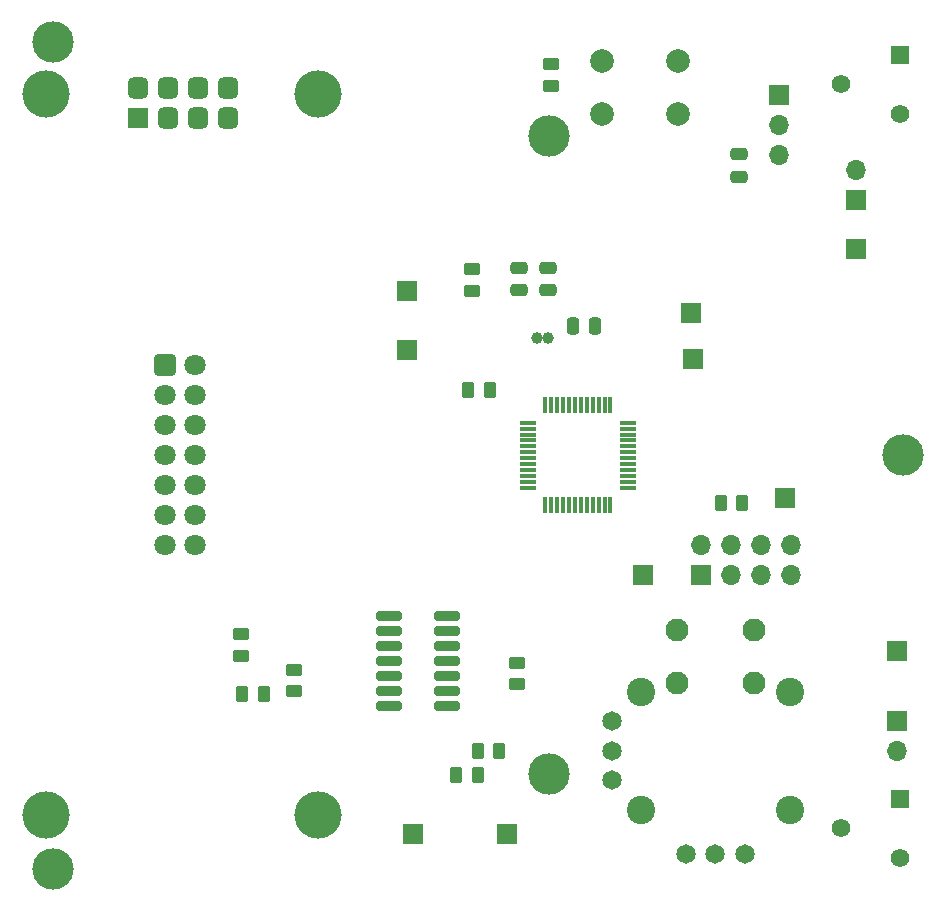
<source format=gbr>
%TF.GenerationSoftware,KiCad,Pcbnew,9.0.0*%
%TF.CreationDate,2025-03-11T13:16:13+01:00*%
%TF.ProjectId,SergiMarsol_projecte_MISE,53657267-694d-4617-9273-6f6c5f70726f,rev?*%
%TF.SameCoordinates,Original*%
%TF.FileFunction,Soldermask,Top*%
%TF.FilePolarity,Negative*%
%FSLAX46Y46*%
G04 Gerber Fmt 4.6, Leading zero omitted, Abs format (unit mm)*
G04 Created by KiCad (PCBNEW 9.0.0) date 2025-03-11 13:16:13*
%MOMM*%
%LPD*%
G01*
G04 APERTURE LIST*
G04 Aperture macros list*
%AMRoundRect*
0 Rectangle with rounded corners*
0 $1 Rounding radius*
0 $2 $3 $4 $5 $6 $7 $8 $9 X,Y pos of 4 corners*
0 Add a 4 corners polygon primitive as box body*
4,1,4,$2,$3,$4,$5,$6,$7,$8,$9,$2,$3,0*
0 Add four circle primitives for the rounded corners*
1,1,$1+$1,$2,$3*
1,1,$1+$1,$4,$5*
1,1,$1+$1,$6,$7*
1,1,$1+$1,$8,$9*
0 Add four rect primitives between the rounded corners*
20,1,$1+$1,$2,$3,$4,$5,0*
20,1,$1+$1,$4,$5,$6,$7,0*
20,1,$1+$1,$6,$7,$8,$9,0*
20,1,$1+$1,$8,$9,$2,$3,0*%
G04 Aperture macros list end*
%ADD10RoundRect,0.250000X-0.450000X0.262500X-0.450000X-0.262500X0.450000X-0.262500X0.450000X0.262500X0*%
%ADD11RoundRect,0.250000X0.475000X-0.250000X0.475000X0.250000X-0.475000X0.250000X-0.475000X-0.250000X0*%
%ADD12RoundRect,0.250000X0.262500X0.450000X-0.262500X0.450000X-0.262500X-0.450000X0.262500X-0.450000X0*%
%ADD13R,1.700000X1.700000*%
%ADD14RoundRect,0.250000X-0.262500X-0.450000X0.262500X-0.450000X0.262500X0.450000X-0.262500X0.450000X0*%
%ADD15RoundRect,0.250000X0.450000X-0.262500X0.450000X0.262500X-0.450000X0.262500X-0.450000X-0.262500X0*%
%ADD16R,1.700000X1.800000*%
%ADD17RoundRect,0.425000X0.425000X-0.475000X0.425000X0.475000X-0.425000X0.475000X-0.425000X-0.475000X0*%
%ADD18C,4.000000*%
%ADD19O,1.700000X1.700000*%
%ADD20C,2.000000*%
%ADD21RoundRect,0.250000X0.250000X0.475000X-0.250000X0.475000X-0.250000X-0.475000X0.250000X-0.475000X0*%
%ADD22C,1.650000*%
%ADD23C,1.950000*%
%ADD24C,2.400000*%
%ADD25RoundRect,0.250000X-0.650000X0.650000X-0.650000X-0.650000X0.650000X-0.650000X0.650000X0.650000X0*%
%ADD26C,1.800000*%
%ADD27C,3.500000*%
%ADD28R,0.300000X1.475000*%
%ADD29R,1.475000X0.300000*%
%ADD30RoundRect,0.201000X0.886000X0.201000X-0.886000X0.201000X-0.886000X-0.201000X0.886000X-0.201000X0*%
%ADD31C,1.004000*%
%ADD32R,1.560000X1.560000*%
%ADD33C,1.560000*%
G04 APERTURE END LIST*
D10*
%TO.C,R12*%
X57500000Y-41675000D03*
X57500000Y-43500000D03*
%TD*%
D11*
%TO.C,C2*%
X61500000Y-43450000D03*
X61500000Y-41550000D03*
%TD*%
%TO.C,C3*%
X64000000Y-43450000D03*
X64000000Y-41550000D03*
%TD*%
D12*
%TO.C,R10*%
X58000000Y-84500000D03*
X56175000Y-84500000D03*
%TD*%
D13*
%TO.C,J6*%
X52000000Y-43500000D03*
%TD*%
D14*
%TO.C,R11*%
X57187500Y-51900000D03*
X59012500Y-51900000D03*
%TD*%
D13*
%TO.C,J11*%
X84000000Y-61000000D03*
%TD*%
D15*
%TO.C,R6*%
X42500000Y-77412500D03*
X42500000Y-75587500D03*
%TD*%
D16*
%TO.C,LCD1*%
X29265000Y-28875000D03*
D17*
X29265000Y-26335000D03*
X31805000Y-28875000D03*
X31805000Y-26335000D03*
X34345000Y-28875000D03*
X34345000Y-26335000D03*
X36885000Y-28875000D03*
X36885000Y-26335000D03*
D18*
X44475000Y-26850000D03*
X44475000Y-87850000D03*
X21475000Y-87850000D03*
X21475000Y-26850000D03*
%TD*%
D13*
%TO.C,J10*%
X72040000Y-67540000D03*
%TD*%
D15*
%TO.C,R3*%
X64250000Y-26162500D03*
X64250000Y-24337500D03*
%TD*%
D13*
%TO.C,J2*%
X83500000Y-26910000D03*
D19*
X83500000Y-29450000D03*
X83500000Y-31990000D03*
%TD*%
D20*
%TO.C,SW1*%
X68500000Y-24000000D03*
X75000000Y-24000000D03*
X68500000Y-28500000D03*
X75000000Y-28500000D03*
%TD*%
D14*
%TO.C,R7*%
X78587500Y-61500000D03*
X80412500Y-61500000D03*
%TD*%
D13*
%TO.C,J8*%
X76200000Y-49300000D03*
%TD*%
%TO.C,J12*%
X90000000Y-40000000D03*
%TD*%
%TO.C,J7*%
X52000000Y-48500000D03*
%TD*%
D21*
%TO.C,C4*%
X67950000Y-46500000D03*
X66050000Y-46500000D03*
%TD*%
D13*
%TO.C,R1*%
X93500000Y-79960000D03*
D19*
X93500000Y-82500000D03*
%TD*%
D13*
%TO.C,J13*%
X93500000Y-74000000D03*
%TD*%
D22*
%TO.C,S1*%
X75637500Y-91175000D03*
X78137500Y-91175000D03*
X80637500Y-91175000D03*
X69407500Y-79945000D03*
X69407500Y-82445000D03*
X69407500Y-84945000D03*
D23*
X81387500Y-76695000D03*
X74887500Y-76695000D03*
X81387500Y-72195000D03*
X74887500Y-72195000D03*
D24*
X71812500Y-87445000D03*
X84462500Y-87445000D03*
X84462500Y-77445000D03*
X71812500Y-77445000D03*
%TD*%
D13*
%TO.C,J3*%
X76960000Y-67540000D03*
D19*
X76960000Y-65000000D03*
X79500000Y-67540000D03*
X79500000Y-65000000D03*
X82040000Y-67540000D03*
X82040000Y-65000000D03*
X84580000Y-67540000D03*
X84580000Y-65000000D03*
%TD*%
D25*
%TO.C,J1*%
X31500000Y-49800000D03*
D26*
X34040000Y-49800000D03*
X31500000Y-52340000D03*
X34040000Y-52340000D03*
X31500000Y-54880000D03*
X34040000Y-54880000D03*
X31500000Y-57420000D03*
X34040000Y-57420000D03*
X31500000Y-59960000D03*
X34040000Y-59960000D03*
X31500000Y-62500000D03*
X34040000Y-62500000D03*
X31500000Y-65040000D03*
X34040000Y-65040000D03*
D27*
X94040000Y-57420000D03*
X64040000Y-84420000D03*
X64040000Y-30420000D03*
X22040000Y-92420000D03*
X22040000Y-22420000D03*
%TD*%
D28*
%TO.C,IC1*%
X69250000Y-53182000D03*
X68750000Y-53182000D03*
X68250000Y-53182000D03*
X67750000Y-53182000D03*
X67250000Y-53182000D03*
X66750000Y-53182000D03*
X66250000Y-53182000D03*
X65750000Y-53182000D03*
X65250000Y-53182000D03*
X64750000Y-53182000D03*
X64250000Y-53182000D03*
X63750000Y-53182000D03*
D29*
X62262000Y-54670000D03*
X62262000Y-55170000D03*
X62262000Y-55670000D03*
X62262000Y-56170000D03*
X62262000Y-56670000D03*
X62262000Y-57170000D03*
X62262000Y-57670000D03*
X62262000Y-58170000D03*
X62262000Y-58670000D03*
X62262000Y-59170000D03*
X62262000Y-59670000D03*
X62262000Y-60170000D03*
D28*
X63750000Y-61658000D03*
X64250000Y-61658000D03*
X64750000Y-61658000D03*
X65250000Y-61658000D03*
X65750000Y-61658000D03*
X66250000Y-61658000D03*
X66750000Y-61658000D03*
X67250000Y-61658000D03*
X67750000Y-61658000D03*
X68250000Y-61658000D03*
X68750000Y-61658000D03*
X69250000Y-61658000D03*
D29*
X70738000Y-60170000D03*
X70738000Y-59670000D03*
X70738000Y-59170000D03*
X70738000Y-58670000D03*
X70738000Y-58170000D03*
X70738000Y-57670000D03*
X70738000Y-57170000D03*
X70738000Y-56670000D03*
X70738000Y-56170000D03*
X70738000Y-55670000D03*
X70738000Y-55170000D03*
X70738000Y-54670000D03*
%TD*%
D10*
%TO.C,R8*%
X61300000Y-74987500D03*
X61300000Y-76812500D03*
%TD*%
D13*
%TO.C,J4*%
X52500000Y-89500000D03*
%TD*%
D30*
%TO.C,U1*%
X55450000Y-78620000D03*
X55450000Y-77350000D03*
X55450000Y-76080000D03*
X55450000Y-74810000D03*
X55450000Y-73540000D03*
X55450000Y-72270000D03*
X55450000Y-71000000D03*
X50500000Y-71000000D03*
X50500000Y-72270000D03*
X50500000Y-73540000D03*
X50500000Y-74810000D03*
X50500000Y-76080000D03*
X50500000Y-77350000D03*
X50500000Y-78620000D03*
%TD*%
D12*
%TO.C,R9*%
X59825000Y-82500000D03*
X58000000Y-82500000D03*
%TD*%
D13*
%TO.C,R2*%
X90000000Y-35775000D03*
D19*
X90000000Y-33235000D03*
%TD*%
D10*
%TO.C,R4*%
X38000000Y-72587500D03*
X38000000Y-74412500D03*
%TD*%
D13*
%TO.C,J9*%
X76100000Y-45400000D03*
%TD*%
D31*
%TO.C,Y1*%
X64000000Y-47500000D03*
X63000000Y-47500000D03*
%TD*%
D13*
%TO.C,J5*%
X60500000Y-89500000D03*
%TD*%
D32*
%TO.C,RV1*%
X93740000Y-86500000D03*
D33*
X88740000Y-89000000D03*
X93740000Y-91500000D03*
%TD*%
D32*
%TO.C,RV2*%
X93740000Y-23500000D03*
D33*
X88740000Y-26000000D03*
X93740000Y-28500000D03*
%TD*%
D11*
%TO.C,C1*%
X80100000Y-33850000D03*
X80100000Y-31950000D03*
%TD*%
D14*
%TO.C,R5*%
X38087500Y-77675000D03*
X39912500Y-77675000D03*
%TD*%
M02*

</source>
